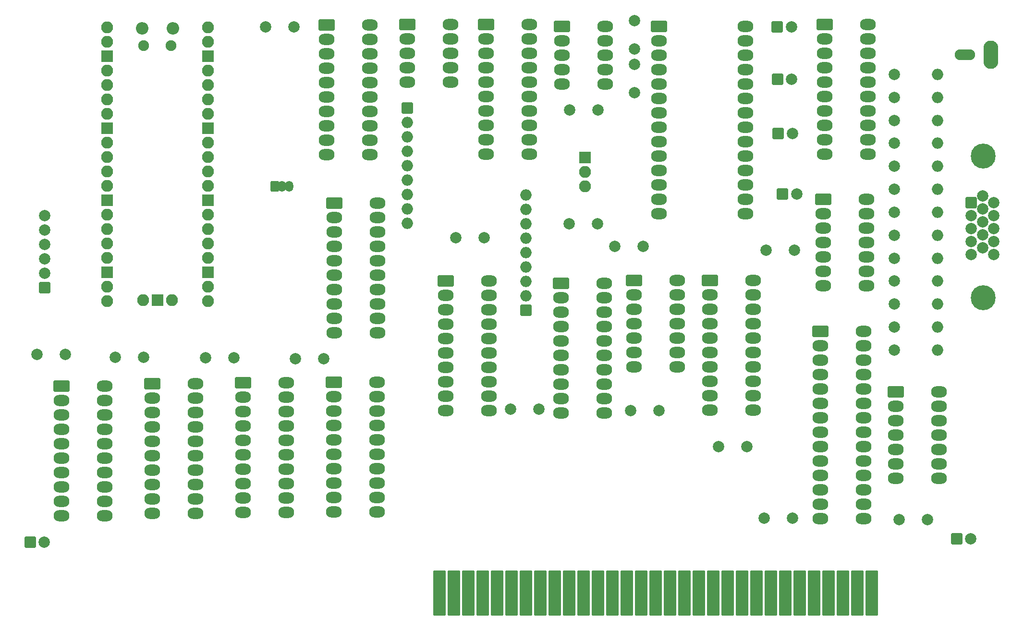
<source format=gbr>
%TF.GenerationSoftware,KiCad,Pcbnew,9.0.2*%
%TF.CreationDate,2026-01-18T17:28:16-06:00*%
%TF.ProjectId,video,76696465-6f2e-46b6-9963-61645f706362,V0.9*%
%TF.SameCoordinates,Original*%
%TF.FileFunction,Soldermask,Bot*%
%TF.FilePolarity,Negative*%
%FSLAX46Y46*%
G04 Gerber Fmt 4.6, Leading zero omitted, Abs format (unit mm)*
G04 Created by KiCad (PCBNEW 9.0.2) date 2026-01-18 17:28:16*
%MOMM*%
%LPD*%
G01*
G04 APERTURE LIST*
G04 Aperture macros list*
%AMRoundRect*
0 Rectangle with rounded corners*
0 $1 Rounding radius*
0 $2 $3 $4 $5 $6 $7 $8 $9 X,Y pos of 4 corners*
0 Add a 4 corners polygon primitive as box body*
4,1,4,$2,$3,$4,$5,$6,$7,$8,$9,$2,$3,0*
0 Add four circle primitives for the rounded corners*
1,1,$1+$1,$2,$3*
1,1,$1+$1,$4,$5*
1,1,$1+$1,$6,$7*
1,1,$1+$1,$8,$9*
0 Add four rect primitives between the rounded corners*
20,1,$1+$1,$2,$3,$4,$5,0*
20,1,$1+$1,$4,$5,$6,$7,0*
20,1,$1+$1,$6,$7,$8,$9,0*
20,1,$1+$1,$8,$9,$2,$3,0*%
G04 Aperture macros list end*
%ADD10RoundRect,0.200000X-1.200000X-0.800000X1.200000X-0.800000X1.200000X0.800000X-1.200000X0.800000X0*%
%ADD11O,2.800000X2.000000*%
%ADD12RoundRect,0.200000X-0.525000X-0.750000X0.525000X-0.750000X0.525000X0.750000X-0.525000X0.750000X0*%
%ADD13O,1.450000X1.900000*%
%ADD14RoundRect,0.200000X-0.800000X-0.800000X0.800000X-0.800000X0.800000X0.800000X-0.800000X0.800000X0*%
%ADD15C,2.000000*%
%ADD16O,2.000000X2.000000*%
%ADD17RoundRect,0.200000X-0.800000X0.800000X-0.800000X-0.800000X0.800000X-0.800000X0.800000X0.800000X0*%
%ADD18C,4.400000*%
%ADD19RoundRect,0.200000X0.800000X-0.800000X0.800000X0.800000X-0.800000X0.800000X-0.800000X-0.800000X0*%
%ADD20RoundRect,0.200000X-0.890000X-3.810000X0.890000X-3.810000X0.890000X3.810000X-0.890000X3.810000X0*%
%ADD21RoundRect,0.200000X-0.850000X-0.850000X0.850000X-0.850000X0.850000X0.850000X-0.850000X0.850000X0*%
%ADD22O,2.100000X2.100000*%
%ADD23O,2.604000X5.004000*%
%ADD24O,3.604000X1.904000*%
%ADD25O,2.200000X2.200000*%
%ADD26O,1.900000X1.900000*%
G04 APERTURE END LIST*
D10*
%TO.C,U6*%
X161620000Y-87290000D03*
D11*
X161620000Y-89830000D03*
X161620000Y-92370000D03*
X161620000Y-94910000D03*
X161620000Y-97450000D03*
X161620000Y-99990000D03*
X161620000Y-102530000D03*
X161620000Y-105070000D03*
X161620000Y-107610000D03*
X161620000Y-110150000D03*
X169240000Y-110150000D03*
X169240000Y-107610000D03*
X169240000Y-105070000D03*
X169240000Y-102530000D03*
X169240000Y-99990000D03*
X169240000Y-97450000D03*
X169240000Y-94910000D03*
X169240000Y-92370000D03*
X169240000Y-89830000D03*
X169240000Y-87290000D03*
%TD*%
D10*
%TO.C,U2*%
X148320000Y-87300000D03*
D11*
X148320000Y-89840000D03*
X148320000Y-92380000D03*
X148320000Y-94920000D03*
X148320000Y-97460000D03*
X148320000Y-100000000D03*
X148320000Y-102540000D03*
X155940000Y-102540000D03*
X155940000Y-100000000D03*
X155940000Y-97460000D03*
X155940000Y-94920000D03*
X155940000Y-92380000D03*
X155940000Y-89840000D03*
X155940000Y-87300000D03*
%TD*%
D10*
%TO.C,U40*%
X181170000Y-96270000D03*
D11*
X181170000Y-98810000D03*
X181170000Y-101350000D03*
X181170000Y-103890000D03*
X181170000Y-106430000D03*
X181170000Y-108970000D03*
X181170000Y-111510000D03*
X181170000Y-114050000D03*
X181170000Y-116590000D03*
X181170000Y-119130000D03*
X181170000Y-121670000D03*
X181170000Y-124210000D03*
X181170000Y-126750000D03*
X181170000Y-129290000D03*
X188790000Y-129290000D03*
X188790000Y-126750000D03*
X188790000Y-124210000D03*
X188790000Y-121670000D03*
X188790000Y-119130000D03*
X188790000Y-116590000D03*
X188790000Y-114050000D03*
X188790000Y-111510000D03*
X188790000Y-108970000D03*
X188790000Y-106430000D03*
X188790000Y-103890000D03*
X188790000Y-101350000D03*
X188790000Y-98810000D03*
X188790000Y-96270000D03*
%TD*%
D10*
%TO.C,U5*%
X95490000Y-73680000D03*
D11*
X95490000Y-76220000D03*
X95490000Y-78760000D03*
X95490000Y-81300000D03*
X95490000Y-83840000D03*
X95490000Y-86380000D03*
X95490000Y-88920000D03*
X95490000Y-91460000D03*
X95490000Y-94000000D03*
X95490000Y-96540000D03*
X103110000Y-96540000D03*
X103110000Y-94000000D03*
X103110000Y-91460000D03*
X103110000Y-88920000D03*
X103110000Y-86380000D03*
X103110000Y-83840000D03*
X103110000Y-81300000D03*
X103110000Y-78760000D03*
X103110000Y-76220000D03*
X103110000Y-73680000D03*
%TD*%
D10*
%TO.C,U4*%
X95330000Y-105260000D03*
D11*
X95330000Y-107800000D03*
X95330000Y-110340000D03*
X95330000Y-112880000D03*
X95330000Y-115420000D03*
X95330000Y-117960000D03*
X95330000Y-120500000D03*
X95330000Y-123040000D03*
X95330000Y-125580000D03*
X95330000Y-128120000D03*
X102950000Y-128120000D03*
X102950000Y-125580000D03*
X102950000Y-123040000D03*
X102950000Y-120500000D03*
X102950000Y-117960000D03*
X102950000Y-115420000D03*
X102950000Y-112880000D03*
X102950000Y-110340000D03*
X102950000Y-107800000D03*
X102950000Y-105260000D03*
%TD*%
D10*
%TO.C,U9*%
X94130000Y-42280000D03*
D11*
X94130000Y-44820000D03*
X94130000Y-47360000D03*
X94130000Y-49900000D03*
X94130000Y-52440000D03*
X94130000Y-54980000D03*
X94130000Y-57520000D03*
X94130000Y-60060000D03*
X94130000Y-62600000D03*
X94130000Y-65140000D03*
X101750000Y-65140000D03*
X101750000Y-62600000D03*
X101750000Y-60060000D03*
X101750000Y-57520000D03*
X101750000Y-54980000D03*
X101750000Y-52440000D03*
X101750000Y-49900000D03*
X101750000Y-47360000D03*
X101750000Y-44820000D03*
X101750000Y-42280000D03*
%TD*%
D10*
%TO.C,U16*%
X152680000Y-42470000D03*
D11*
X152680000Y-45010000D03*
X152680000Y-47550000D03*
X152680000Y-50090000D03*
X152680000Y-52630000D03*
X152680000Y-55170000D03*
X152680000Y-57710000D03*
X152680000Y-60250000D03*
X152680000Y-62790000D03*
X152680000Y-65330000D03*
X152680000Y-67870000D03*
X152680000Y-70410000D03*
X152680000Y-72950000D03*
X152680000Y-75490000D03*
X167920000Y-75490000D03*
X167920000Y-72950000D03*
X167920000Y-70410000D03*
X167920000Y-67870000D03*
X167920000Y-65330000D03*
X167920000Y-62790000D03*
X167920000Y-60250000D03*
X167920000Y-57710000D03*
X167920000Y-55170000D03*
X167920000Y-52630000D03*
X167920000Y-50090000D03*
X167920000Y-47550000D03*
X167920000Y-45010000D03*
X167920000Y-42470000D03*
%TD*%
D12*
%TO.C,U1*%
X84984000Y-70670000D03*
D13*
X86254000Y-70670000D03*
X87524000Y-70670000D03*
%TD*%
D14*
%TO.C,C39*%
X173580000Y-51840000D03*
D15*
X176080000Y-51840000D03*
%TD*%
D10*
%TO.C,U7*%
X122170000Y-42150000D03*
D11*
X122170000Y-44690000D03*
X122170000Y-47230000D03*
X122170000Y-49770000D03*
X122170000Y-52310000D03*
X122170000Y-54850000D03*
X122170000Y-57390000D03*
X122170000Y-59930000D03*
X122170000Y-62470000D03*
X122170000Y-65010000D03*
X129790000Y-65010000D03*
X129790000Y-62470000D03*
X129790000Y-59930000D03*
X129790000Y-57390000D03*
X129790000Y-54850000D03*
X129790000Y-52310000D03*
X129790000Y-49770000D03*
X129790000Y-47230000D03*
X129790000Y-44690000D03*
X129790000Y-42150000D03*
%TD*%
D14*
%TO.C,C14*%
X41820000Y-133400000D03*
D15*
X44320000Y-133400000D03*
%TD*%
%TO.C,C4*%
X147710000Y-110270000D03*
X152710000Y-110270000D03*
%TD*%
%TO.C,R22*%
X194130000Y-67170000D03*
D16*
X201750000Y-67170000D03*
%TD*%
D10*
%TO.C,U32*%
X63323300Y-105460000D03*
D11*
X63323300Y-108000000D03*
X63323300Y-110540000D03*
X63323300Y-113080000D03*
X63323300Y-115620000D03*
X63323300Y-118160000D03*
X63323300Y-120700000D03*
X63323300Y-123240000D03*
X63323300Y-125780000D03*
X63323300Y-128320000D03*
X70943300Y-128320000D03*
X70943300Y-125780000D03*
X70943300Y-123240000D03*
X70943300Y-120700000D03*
X70943300Y-118160000D03*
X70943300Y-115620000D03*
X70943300Y-113080000D03*
X70943300Y-110540000D03*
X70943300Y-108000000D03*
X70943300Y-105460000D03*
%TD*%
D15*
%TO.C,R23*%
X194130000Y-71220000D03*
D16*
X201750000Y-71220000D03*
%TD*%
D17*
%TO.C,RR1*%
X108310000Y-56890000D03*
D16*
X108310000Y-59430000D03*
X108310000Y-61970000D03*
X108310000Y-64510000D03*
X108310000Y-67050000D03*
X108310000Y-69590000D03*
X108310000Y-72130000D03*
X108310000Y-74670000D03*
X108310000Y-77210000D03*
%TD*%
D15*
%TO.C,C45*%
X171540000Y-81980000D03*
X176540000Y-81980000D03*
%TD*%
D10*
%TO.C,U3*%
X194440000Y-106920000D03*
D11*
X194440000Y-109460000D03*
X194440000Y-112000000D03*
X194440000Y-114540000D03*
X194440000Y-117080000D03*
X194440000Y-119620000D03*
X194440000Y-122160000D03*
X202060000Y-122160000D03*
X202060000Y-119620000D03*
X202060000Y-117080000D03*
X202060000Y-114540000D03*
X202060000Y-112000000D03*
X202060000Y-109460000D03*
X202060000Y-106920000D03*
%TD*%
D15*
%TO.C,C3*%
X116886000Y-79724000D03*
X121886000Y-79724000D03*
%TD*%
D18*
%TO.C,J11*%
X209800000Y-90370000D03*
X209800000Y-65370000D03*
D19*
X207750000Y-73555000D03*
D15*
X207750000Y-75845000D03*
X207750000Y-78135000D03*
X207750000Y-80425000D03*
X207750000Y-82715000D03*
X209730000Y-72410000D03*
X209730000Y-74700000D03*
X209730000Y-76990000D03*
X209730000Y-79280000D03*
X209730000Y-81570000D03*
X211710000Y-73555000D03*
X211710000Y-75845000D03*
X211710000Y-78135000D03*
X211710000Y-80425000D03*
X211710000Y-82715000D03*
%TD*%
%TO.C,C37*%
X83380000Y-42630000D03*
X88380000Y-42630000D03*
%TD*%
%TO.C,C7*%
X136920000Y-57250000D03*
X141920000Y-57250000D03*
%TD*%
D10*
%TO.C,P3*%
X181670000Y-72980000D03*
D11*
X181670000Y-75520000D03*
X181670000Y-78060000D03*
X181670000Y-80600000D03*
X181670000Y-83140000D03*
X181670000Y-85680000D03*
X181670000Y-88220000D03*
X189290000Y-88220000D03*
X189290000Y-85680000D03*
X189290000Y-83140000D03*
X189290000Y-80600000D03*
X189290000Y-78060000D03*
X189290000Y-75520000D03*
X189290000Y-72980000D03*
%TD*%
D14*
%TO.C,C43*%
X173707000Y-61353000D03*
D15*
X176207000Y-61353000D03*
%TD*%
%TO.C,R3*%
X194130000Y-55020000D03*
D16*
X201750000Y-55020000D03*
%TD*%
D20*
%TO.C,J6*%
X190220600Y-142443200D03*
X187680600Y-142443200D03*
X185140600Y-142443200D03*
X182600600Y-142443200D03*
X180060600Y-142443200D03*
X177520600Y-142443200D03*
X174980600Y-142443200D03*
X172440600Y-142443200D03*
X169900600Y-142443200D03*
X167360600Y-142443200D03*
X164820600Y-142443200D03*
X162280600Y-142443200D03*
X159740600Y-142443200D03*
X157200600Y-142443200D03*
X154660600Y-142443200D03*
X152120600Y-142443200D03*
X149580600Y-142443200D03*
X147040600Y-142443200D03*
X144500600Y-142443200D03*
X141960600Y-142443200D03*
X139420600Y-142443200D03*
X136880600Y-142443200D03*
X134340600Y-142443200D03*
X131800600Y-142443200D03*
X129260600Y-142443200D03*
X126720600Y-142443200D03*
X124180600Y-142443200D03*
X121640600Y-142443200D03*
X119100600Y-142443200D03*
X116560600Y-142443200D03*
X114020600Y-142443200D03*
%TD*%
D15*
%TO.C,C42*%
X148326000Y-41496000D03*
X148326000Y-46496000D03*
%TD*%
%TO.C,R26*%
X194130000Y-83370000D03*
D16*
X201750000Y-83370000D03*
%TD*%
D15*
%TO.C,R27*%
X194130000Y-87420000D03*
D16*
X201750000Y-87420000D03*
%TD*%
D15*
%TO.C,R25*%
X194130000Y-79320000D03*
D16*
X201750000Y-79320000D03*
%TD*%
D10*
%TO.C,U34*%
X47320000Y-105890000D03*
D11*
X47320000Y-108430000D03*
X47320000Y-110970000D03*
X47320000Y-113510000D03*
X47320000Y-116050000D03*
X47320000Y-118590000D03*
X47320000Y-121130000D03*
X47320000Y-123670000D03*
X47320000Y-126210000D03*
X47320000Y-128750000D03*
X54940000Y-128750000D03*
X54940000Y-126210000D03*
X54940000Y-123670000D03*
X54940000Y-121130000D03*
X54940000Y-118590000D03*
X54940000Y-116050000D03*
X54940000Y-113510000D03*
X54940000Y-110970000D03*
X54940000Y-108430000D03*
X54940000Y-105890000D03*
%TD*%
D19*
%TO.C,RN1*%
X44390000Y-88570000D03*
D15*
X44390000Y-86030000D03*
X44390000Y-83490000D03*
X44390000Y-80950000D03*
X44390000Y-78410000D03*
X44390000Y-75870000D03*
%TD*%
%TO.C,C10*%
X88570000Y-101100000D03*
X93570000Y-101100000D03*
%TD*%
%TO.C,C12*%
X195050000Y-129480000D03*
X200050000Y-129480000D03*
%TD*%
D10*
%TO.C,U20*%
X181890000Y-42160000D03*
D11*
X181890000Y-44700000D03*
X181890000Y-47240000D03*
X181890000Y-49780000D03*
X181890000Y-52320000D03*
X181890000Y-54860000D03*
X181890000Y-57400000D03*
X181890000Y-59940000D03*
X181890000Y-62480000D03*
X181890000Y-65020000D03*
X189510000Y-65020000D03*
X189510000Y-62480000D03*
X189510000Y-59940000D03*
X189510000Y-57400000D03*
X189510000Y-54860000D03*
X189510000Y-52320000D03*
X189510000Y-49780000D03*
X189510000Y-47240000D03*
X189510000Y-44700000D03*
X189510000Y-42160000D03*
%TD*%
D15*
%TO.C,R24*%
X194130000Y-75270000D03*
D16*
X201750000Y-75270000D03*
%TD*%
D15*
%TO.C,R1*%
X194130000Y-50970000D03*
D16*
X201750000Y-50970000D03*
%TD*%
D15*
%TO.C,R31*%
X194130000Y-99570000D03*
D16*
X201750000Y-99570000D03*
%TD*%
D10*
%TO.C,U18*%
X135430000Y-87840000D03*
D11*
X135430000Y-90380000D03*
X135430000Y-92920000D03*
X135430000Y-95460000D03*
X135430000Y-98000000D03*
X135430000Y-100540000D03*
X135430000Y-103080000D03*
X135430000Y-105620000D03*
X135430000Y-108160000D03*
X135430000Y-110700000D03*
X143050000Y-110700000D03*
X143050000Y-108160000D03*
X143050000Y-105620000D03*
X143050000Y-103080000D03*
X143050000Y-100540000D03*
X143050000Y-98000000D03*
X143050000Y-95460000D03*
X143050000Y-92920000D03*
X143050000Y-90380000D03*
X143050000Y-87840000D03*
%TD*%
D15*
%TO.C,C6*%
X171240000Y-129240000D03*
X176240000Y-129240000D03*
%TD*%
%TO.C,C44*%
X136816000Y-77324000D03*
X141816000Y-77324000D03*
%TD*%
D14*
%TO.C,C13*%
X205149000Y-132835000D03*
D15*
X207649000Y-132835000D03*
%TD*%
%TO.C,R28*%
X194130000Y-91470000D03*
D16*
X201750000Y-91470000D03*
%TD*%
D21*
%TO.C,JP3*%
X139678000Y-65658000D03*
D22*
X139678000Y-68198000D03*
X139678000Y-70738000D03*
%TD*%
D15*
%TO.C,C1*%
X72720000Y-100890000D03*
X77720000Y-100890000D03*
%TD*%
D14*
%TO.C,C50*%
X174444900Y-72040000D03*
D15*
X176944900Y-72040000D03*
%TD*%
D19*
%TO.C,RN2*%
X129220000Y-92540000D03*
D16*
X129220000Y-90000000D03*
X129220000Y-87460000D03*
X129220000Y-84920000D03*
X129220000Y-82380000D03*
X129220000Y-79840000D03*
X129220000Y-77300000D03*
X129220000Y-74760000D03*
X129220000Y-72220000D03*
%TD*%
D15*
%TO.C,C8*%
X144910000Y-81320000D03*
X149910000Y-81320000D03*
%TD*%
%TO.C,R29*%
X194130000Y-95520000D03*
D16*
X201750000Y-95520000D03*
%TD*%
D15*
%TO.C,C2*%
X43000000Y-100350000D03*
X48000000Y-100350000D03*
%TD*%
D10*
%TO.C,SW2*%
X108290000Y-42140000D03*
D11*
X108290000Y-44680000D03*
X108290000Y-47220000D03*
X108290000Y-49760000D03*
X108290000Y-52300000D03*
X115910000Y-52300000D03*
X115910000Y-49760000D03*
X115910000Y-47220000D03*
X115910000Y-44680000D03*
X115910000Y-42140000D03*
%TD*%
D15*
%TO.C,R4*%
X194130000Y-59070000D03*
D16*
X201750000Y-59070000D03*
%TD*%
D10*
%TO.C,SW1*%
X135620000Y-42510000D03*
D11*
X135620000Y-45050000D03*
X135620000Y-47590000D03*
X135620000Y-50130000D03*
X135620000Y-52670000D03*
X143240000Y-52670000D03*
X143240000Y-50130000D03*
X143240000Y-47590000D03*
X143240000Y-45050000D03*
X143240000Y-42510000D03*
%TD*%
D15*
%TO.C,R5*%
X194130000Y-63120000D03*
D16*
X201750000Y-63120000D03*
%TD*%
D23*
%TO.C,J24*%
X211150000Y-47480000D03*
D24*
X206650000Y-47480000D03*
%TD*%
D10*
%TO.C,U19*%
X115062000Y-87376000D03*
D11*
X115062000Y-89916000D03*
X115062000Y-92456000D03*
X115062000Y-94996000D03*
X115062000Y-97536000D03*
X115062000Y-100076000D03*
X115062000Y-102616000D03*
X115062000Y-105156000D03*
X115062000Y-107696000D03*
X115062000Y-110236000D03*
X122682000Y-110236000D03*
X122682000Y-107696000D03*
X122682000Y-105156000D03*
X122682000Y-102616000D03*
X122682000Y-100076000D03*
X122682000Y-97536000D03*
X122682000Y-94996000D03*
X122682000Y-92456000D03*
X122682000Y-89916000D03*
X122682000Y-87376000D03*
%TD*%
D15*
%TO.C,C5*%
X126538000Y-110006000D03*
X131538000Y-110006000D03*
%TD*%
D10*
%TO.C,U33*%
X79326700Y-105330000D03*
D11*
X79326700Y-107870000D03*
X79326700Y-110410000D03*
X79326700Y-112950000D03*
X79326700Y-115490000D03*
X79326700Y-118030000D03*
X79326700Y-120570000D03*
X79326700Y-123110000D03*
X79326700Y-125650000D03*
X79326700Y-128190000D03*
X86946700Y-128190000D03*
X86946700Y-125650000D03*
X86946700Y-123110000D03*
X86946700Y-120570000D03*
X86946700Y-118030000D03*
X86946700Y-115490000D03*
X86946700Y-112950000D03*
X86946700Y-110410000D03*
X86946700Y-107870000D03*
X86946700Y-105330000D03*
%TD*%
D15*
%TO.C,C9*%
X163200000Y-116550000D03*
X168200000Y-116550000D03*
%TD*%
%TO.C,C46*%
X148376000Y-49206000D03*
X148376000Y-54206000D03*
%TD*%
D14*
%TO.C,C38*%
X173530000Y-42620000D03*
D15*
X176030000Y-42620000D03*
%TD*%
%TO.C,C11*%
X56810000Y-100820000D03*
X61810000Y-100820000D03*
%TD*%
D25*
%TO.C,U36*%
X61545000Y-42830000D03*
D26*
X61845000Y-45860000D03*
X66695000Y-45860000D03*
D25*
X66995000Y-42830000D03*
D22*
X55380000Y-42700000D03*
X55380000Y-45240000D03*
D21*
X55380000Y-47780000D03*
D22*
X55380000Y-50320000D03*
X55380000Y-52860000D03*
X55380000Y-55400000D03*
X55380000Y-57940000D03*
D21*
X55380000Y-60480000D03*
D22*
X55380000Y-63020000D03*
X55380000Y-65560000D03*
X55380000Y-68100000D03*
X55380000Y-70640000D03*
D21*
X55380000Y-73180000D03*
D22*
X55380000Y-75720000D03*
X55380000Y-78260000D03*
X55380000Y-80800000D03*
X55380000Y-83340000D03*
D21*
X55380000Y-85880000D03*
D22*
X55380000Y-88420000D03*
X55380000Y-90960000D03*
X73160000Y-90960000D03*
X73160000Y-88420000D03*
D21*
X73160000Y-85880000D03*
D22*
X73160000Y-83340000D03*
X73160000Y-80800000D03*
X73160000Y-78260000D03*
X73160000Y-75720000D03*
D21*
X73160000Y-73180000D03*
D22*
X73160000Y-70640000D03*
X73160000Y-68100000D03*
X73160000Y-65560000D03*
X73160000Y-63020000D03*
D21*
X73160000Y-60480000D03*
D22*
X73160000Y-57940000D03*
X73160000Y-55400000D03*
X73160000Y-52860000D03*
X73160000Y-50320000D03*
D21*
X73160000Y-47780000D03*
D22*
X73160000Y-45240000D03*
X73160000Y-42700000D03*
X61730000Y-90730000D03*
D21*
X64270000Y-90730000D03*
D22*
X66810000Y-90730000D03*
%TD*%
M02*

</source>
